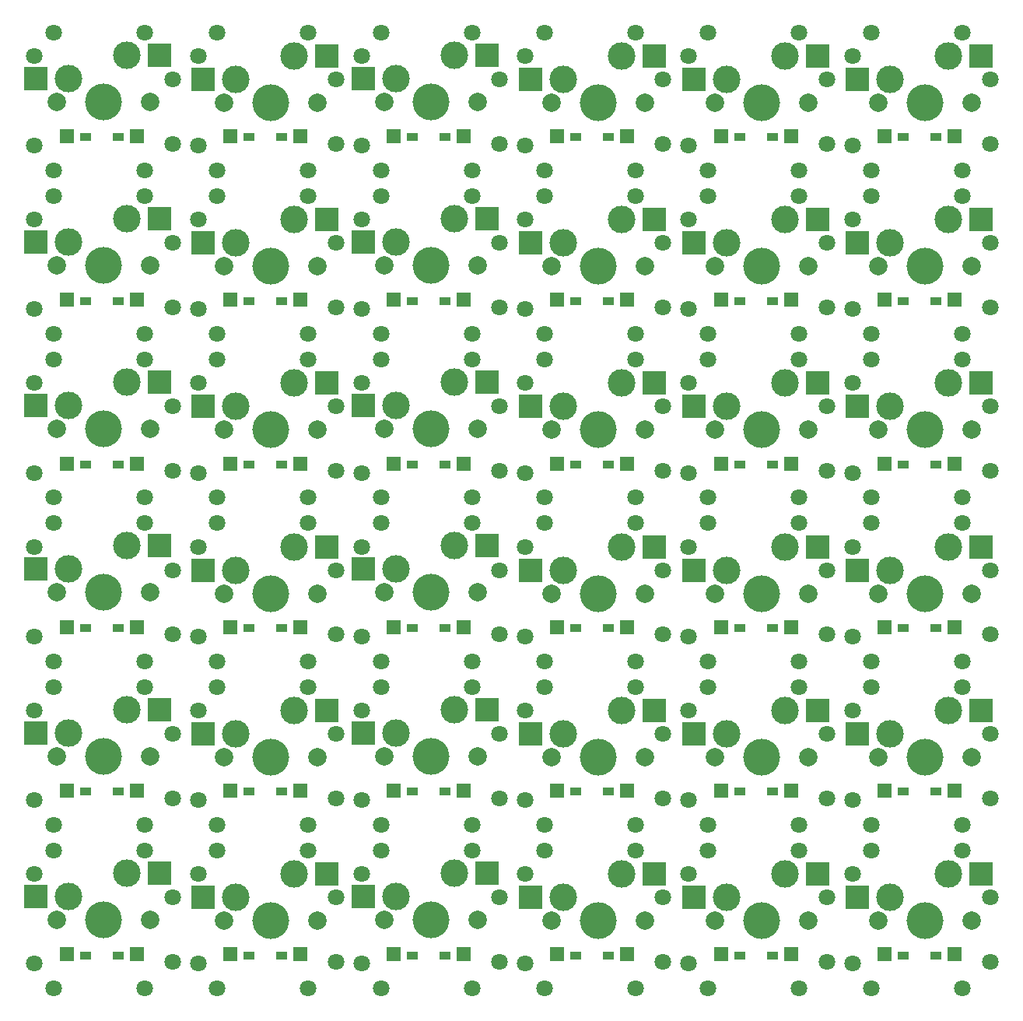
<source format=gbs>
G04 #@! TF.GenerationSoftware,KiCad,Pcbnew,(5.1.4)-1*
G04 #@! TF.CreationDate,2020-01-11T16:44:35+01:00*
G04 #@! TF.ProjectId,plate,706c6174-652e-46b6-9963-61645f706362,1*
G04 #@! TF.SameCoordinates,Original*
G04 #@! TF.FileFunction,Soldermask,Bot*
G04 #@! TF.FilePolarity,Negative*
%FSLAX46Y46*%
G04 Gerber Fmt 4.6, Leading zero omitted, Abs format (unit mm)*
G04 Created by KiCad (PCBNEW (5.1.4)-1) date 2020-01-11 16:44:35*
%MOMM*%
%LPD*%
G04 APERTURE LIST*
%ADD10C,1.800000*%
%ADD11R,1.300000X0.950000*%
%ADD12R,1.600000X1.600000*%
%ADD13C,2.000000*%
%ADD14C,3.000000*%
%ADD15C,4.000000*%
%ADD16R,2.550000X2.500000*%
G04 APERTURE END LIST*
D10*
X178090000Y-176030000D03*
D11*
X189415000Y-172430000D03*
X192965000Y-172430000D03*
D12*
X177210000Y-172330000D03*
X169590000Y-172330000D03*
D10*
X183895000Y-163575000D03*
X181090000Y-173130000D03*
D12*
X195010000Y-172330000D03*
X187390000Y-172330000D03*
D10*
X183890000Y-173330000D03*
X181090000Y-166115000D03*
D13*
X196895000Y-168655000D03*
D14*
X194355000Y-163575000D03*
D15*
X191815000Y-168655000D03*
D14*
X188005000Y-166115000D03*
D13*
X186735000Y-168655000D03*
D16*
X197905000Y-163575000D03*
X184455000Y-166115000D03*
D10*
X198890000Y-166115000D03*
X185990000Y-176030000D03*
X178090000Y-161030000D03*
X195890000Y-176030000D03*
X185990000Y-161030000D03*
X195890000Y-161030000D03*
X198890000Y-173130000D03*
X163290000Y-173130000D03*
X148290000Y-173330000D03*
X150390000Y-176030000D03*
X160290000Y-161030000D03*
X124690000Y-161030000D03*
X150390000Y-161030000D03*
D11*
X118215000Y-172430000D03*
X121765000Y-172430000D03*
D10*
X168190000Y-161030000D03*
D11*
X171615000Y-172430000D03*
X175165000Y-172430000D03*
D10*
X166095000Y-163575000D03*
D13*
X179095000Y-168655000D03*
D14*
X176555000Y-163575000D03*
D15*
X174015000Y-168655000D03*
D14*
X170205000Y-166115000D03*
D13*
X168935000Y-168655000D03*
D16*
X180105000Y-163575000D03*
X166655000Y-166115000D03*
D10*
X130495000Y-163575000D03*
X166090000Y-173330000D03*
X109890000Y-166115000D03*
X130490000Y-173330000D03*
D13*
X125695000Y-168655000D03*
D14*
X123155000Y-163575000D03*
D15*
X120615000Y-168655000D03*
D14*
X116805000Y-166115000D03*
D13*
X115535000Y-168655000D03*
D16*
X126705000Y-163575000D03*
X113255000Y-166115000D03*
D10*
X132590000Y-176030000D03*
X142490000Y-176030000D03*
X163290000Y-166115000D03*
X109890000Y-173130000D03*
D11*
X157365000Y-172430000D03*
X153815000Y-172430000D03*
X136015000Y-172430000D03*
X139565000Y-172430000D03*
D10*
X114790000Y-176030000D03*
X112695000Y-163575000D03*
D13*
X143095000Y-168555000D03*
D14*
X140555000Y-163475000D03*
D15*
X138015000Y-168555000D03*
D14*
X134205000Y-166015000D03*
D13*
X132935000Y-168555000D03*
D16*
X144105000Y-163475000D03*
X130655000Y-166015000D03*
D10*
X142490000Y-161030000D03*
X168190000Y-176030000D03*
D16*
X148855000Y-166115000D03*
X162305000Y-163575000D03*
D13*
X151135000Y-168655000D03*
D14*
X152405000Y-166115000D03*
D15*
X156215000Y-168655000D03*
D14*
X158755000Y-163575000D03*
D13*
X161295000Y-168655000D03*
D12*
X123810000Y-172330000D03*
X116190000Y-172330000D03*
D10*
X127690000Y-166115000D03*
X114790000Y-161030000D03*
X127690000Y-173130000D03*
X124690000Y-176030000D03*
D12*
X141610000Y-172330000D03*
X133990000Y-172330000D03*
D10*
X112690000Y-173330000D03*
X132590000Y-161030000D03*
D12*
X151790000Y-172330000D03*
X159410000Y-172330000D03*
D10*
X160290000Y-176030000D03*
D16*
X95055000Y-166015000D03*
X108505000Y-163475000D03*
D13*
X97335000Y-168555000D03*
D14*
X98605000Y-166015000D03*
D15*
X102415000Y-168555000D03*
D14*
X104955000Y-163475000D03*
D13*
X107495000Y-168555000D03*
D12*
X98390000Y-172330000D03*
X106010000Y-172330000D03*
D10*
X106890000Y-176030000D03*
X145490000Y-173130000D03*
X145490000Y-166115000D03*
X94895000Y-163575000D03*
X96990000Y-161030000D03*
X148295000Y-163575000D03*
X94890000Y-173330000D03*
X96990000Y-176030000D03*
X106890000Y-161030000D03*
D11*
X103965000Y-172430000D03*
X100415000Y-172430000D03*
D10*
X178090000Y-158230000D03*
D11*
X189415000Y-154630000D03*
X192965000Y-154630000D03*
D12*
X177210000Y-154530000D03*
X169590000Y-154530000D03*
D10*
X183895000Y-145775000D03*
X181090000Y-155330000D03*
D12*
X195010000Y-154530000D03*
X187390000Y-154530000D03*
D10*
X183890000Y-155530000D03*
X181090000Y-148315000D03*
D13*
X196895000Y-150855000D03*
D14*
X194355000Y-145775000D03*
D15*
X191815000Y-150855000D03*
D14*
X188005000Y-148315000D03*
D13*
X186735000Y-150855000D03*
D16*
X197905000Y-145775000D03*
X184455000Y-148315000D03*
D10*
X198890000Y-148315000D03*
X185990000Y-158230000D03*
X178090000Y-143230000D03*
X195890000Y-158230000D03*
X185990000Y-143230000D03*
X195890000Y-143230000D03*
X198890000Y-155330000D03*
X163290000Y-155330000D03*
X148290000Y-155530000D03*
X150390000Y-158230000D03*
X160290000Y-143230000D03*
X124690000Y-143230000D03*
X150390000Y-143230000D03*
D11*
X118215000Y-154630000D03*
X121765000Y-154630000D03*
D10*
X168190000Y-143230000D03*
D11*
X171615000Y-154630000D03*
X175165000Y-154630000D03*
D10*
X166095000Y-145775000D03*
D13*
X179095000Y-150855000D03*
D14*
X176555000Y-145775000D03*
D15*
X174015000Y-150855000D03*
D14*
X170205000Y-148315000D03*
D13*
X168935000Y-150855000D03*
D16*
X180105000Y-145775000D03*
X166655000Y-148315000D03*
D10*
X130495000Y-145775000D03*
X166090000Y-155530000D03*
X109890000Y-148315000D03*
X130490000Y-155530000D03*
D13*
X125695000Y-150855000D03*
D14*
X123155000Y-145775000D03*
D15*
X120615000Y-150855000D03*
D14*
X116805000Y-148315000D03*
D13*
X115535000Y-150855000D03*
D16*
X126705000Y-145775000D03*
X113255000Y-148315000D03*
D10*
X132590000Y-158230000D03*
X142490000Y-158230000D03*
X163290000Y-148315000D03*
X109890000Y-155330000D03*
D11*
X157365000Y-154630000D03*
X153815000Y-154630000D03*
X136015000Y-154630000D03*
X139565000Y-154630000D03*
D10*
X114790000Y-158230000D03*
X112695000Y-145775000D03*
D13*
X143095000Y-150755000D03*
D14*
X140555000Y-145675000D03*
D15*
X138015000Y-150755000D03*
D14*
X134205000Y-148215000D03*
D13*
X132935000Y-150755000D03*
D16*
X144105000Y-145675000D03*
X130655000Y-148215000D03*
D10*
X142490000Y-143230000D03*
X168190000Y-158230000D03*
D16*
X148855000Y-148315000D03*
X162305000Y-145775000D03*
D13*
X151135000Y-150855000D03*
D14*
X152405000Y-148315000D03*
D15*
X156215000Y-150855000D03*
D14*
X158755000Y-145775000D03*
D13*
X161295000Y-150855000D03*
D12*
X123810000Y-154530000D03*
X116190000Y-154530000D03*
D10*
X127690000Y-148315000D03*
X114790000Y-143230000D03*
X127690000Y-155330000D03*
X124690000Y-158230000D03*
D12*
X141610000Y-154530000D03*
X133990000Y-154530000D03*
D10*
X112690000Y-155530000D03*
X132590000Y-143230000D03*
D12*
X151790000Y-154530000D03*
X159410000Y-154530000D03*
D10*
X160290000Y-158230000D03*
D16*
X95055000Y-148215000D03*
X108505000Y-145675000D03*
D13*
X97335000Y-150755000D03*
D14*
X98605000Y-148215000D03*
D15*
X102415000Y-150755000D03*
D14*
X104955000Y-145675000D03*
D13*
X107495000Y-150755000D03*
D12*
X98390000Y-154530000D03*
X106010000Y-154530000D03*
D10*
X106890000Y-158230000D03*
X145490000Y-155330000D03*
X145490000Y-148315000D03*
X94895000Y-145775000D03*
X96990000Y-143230000D03*
X148295000Y-145775000D03*
X94890000Y-155530000D03*
X96990000Y-158230000D03*
X106890000Y-143230000D03*
D11*
X103965000Y-154630000D03*
X100415000Y-154630000D03*
D10*
X178090000Y-140430000D03*
D11*
X189415000Y-136830000D03*
X192965000Y-136830000D03*
D12*
X177210000Y-136730000D03*
X169590000Y-136730000D03*
D10*
X183895000Y-127975000D03*
X181090000Y-137530000D03*
D12*
X195010000Y-136730000D03*
X187390000Y-136730000D03*
D10*
X183890000Y-137730000D03*
X181090000Y-130515000D03*
D13*
X196895000Y-133055000D03*
D14*
X194355000Y-127975000D03*
D15*
X191815000Y-133055000D03*
D14*
X188005000Y-130515000D03*
D13*
X186735000Y-133055000D03*
D16*
X197905000Y-127975000D03*
X184455000Y-130515000D03*
D10*
X198890000Y-130515000D03*
X185990000Y-140430000D03*
X178090000Y-125430000D03*
X195890000Y-140430000D03*
X185990000Y-125430000D03*
X195890000Y-125430000D03*
X198890000Y-137530000D03*
X163290000Y-137530000D03*
X148290000Y-137730000D03*
X150390000Y-140430000D03*
X160290000Y-125430000D03*
X124690000Y-125430000D03*
X150390000Y-125430000D03*
D11*
X118215000Y-136830000D03*
X121765000Y-136830000D03*
D10*
X168190000Y-125430000D03*
D11*
X171615000Y-136830000D03*
X175165000Y-136830000D03*
D10*
X166095000Y-127975000D03*
D13*
X179095000Y-133055000D03*
D14*
X176555000Y-127975000D03*
D15*
X174015000Y-133055000D03*
D14*
X170205000Y-130515000D03*
D13*
X168935000Y-133055000D03*
D16*
X180105000Y-127975000D03*
X166655000Y-130515000D03*
D10*
X130495000Y-127975000D03*
X166090000Y-137730000D03*
X109890000Y-130515000D03*
X130490000Y-137730000D03*
D13*
X125695000Y-133055000D03*
D14*
X123155000Y-127975000D03*
D15*
X120615000Y-133055000D03*
D14*
X116805000Y-130515000D03*
D13*
X115535000Y-133055000D03*
D16*
X126705000Y-127975000D03*
X113255000Y-130515000D03*
D10*
X132590000Y-140430000D03*
X142490000Y-140430000D03*
X163290000Y-130515000D03*
X109890000Y-137530000D03*
D11*
X157365000Y-136830000D03*
X153815000Y-136830000D03*
X136015000Y-136830000D03*
X139565000Y-136830000D03*
D10*
X114790000Y-140430000D03*
X112695000Y-127975000D03*
D13*
X143095000Y-132955000D03*
D14*
X140555000Y-127875000D03*
D15*
X138015000Y-132955000D03*
D14*
X134205000Y-130415000D03*
D13*
X132935000Y-132955000D03*
D16*
X144105000Y-127875000D03*
X130655000Y-130415000D03*
D10*
X142490000Y-125430000D03*
X168190000Y-140430000D03*
D16*
X148855000Y-130515000D03*
X162305000Y-127975000D03*
D13*
X151135000Y-133055000D03*
D14*
X152405000Y-130515000D03*
D15*
X156215000Y-133055000D03*
D14*
X158755000Y-127975000D03*
D13*
X161295000Y-133055000D03*
D12*
X123810000Y-136730000D03*
X116190000Y-136730000D03*
D10*
X127690000Y-130515000D03*
X114790000Y-125430000D03*
X127690000Y-137530000D03*
X124690000Y-140430000D03*
D12*
X141610000Y-136730000D03*
X133990000Y-136730000D03*
D10*
X112690000Y-137730000D03*
X132590000Y-125430000D03*
D12*
X151790000Y-136730000D03*
X159410000Y-136730000D03*
D10*
X160290000Y-140430000D03*
D16*
X95055000Y-130415000D03*
X108505000Y-127875000D03*
D13*
X97335000Y-132955000D03*
D14*
X98605000Y-130415000D03*
D15*
X102415000Y-132955000D03*
D14*
X104955000Y-127875000D03*
D13*
X107495000Y-132955000D03*
D12*
X98390000Y-136730000D03*
X106010000Y-136730000D03*
D10*
X106890000Y-140430000D03*
X145490000Y-137530000D03*
X145490000Y-130515000D03*
X94895000Y-127975000D03*
X96990000Y-125430000D03*
X148295000Y-127975000D03*
X94890000Y-137730000D03*
X96990000Y-140430000D03*
X106890000Y-125430000D03*
D11*
X103965000Y-136830000D03*
X100415000Y-136830000D03*
D10*
X178090000Y-122630000D03*
D11*
X189415000Y-119030000D03*
X192965000Y-119030000D03*
D12*
X177210000Y-118930000D03*
X169590000Y-118930000D03*
D10*
X183895000Y-110175000D03*
X181090000Y-119730000D03*
D12*
X195010000Y-118930000D03*
X187390000Y-118930000D03*
D10*
X183890000Y-119930000D03*
X181090000Y-112715000D03*
D13*
X196895000Y-115255000D03*
D14*
X194355000Y-110175000D03*
D15*
X191815000Y-115255000D03*
D14*
X188005000Y-112715000D03*
D13*
X186735000Y-115255000D03*
D16*
X197905000Y-110175000D03*
X184455000Y-112715000D03*
D10*
X198890000Y-112715000D03*
X185990000Y-122630000D03*
X178090000Y-107630000D03*
X195890000Y-122630000D03*
X185990000Y-107630000D03*
X195890000Y-107630000D03*
X198890000Y-119730000D03*
X163290000Y-119730000D03*
X148290000Y-119930000D03*
X150390000Y-122630000D03*
X160290000Y-107630000D03*
X124690000Y-107630000D03*
X150390000Y-107630000D03*
D11*
X118215000Y-119030000D03*
X121765000Y-119030000D03*
D10*
X168190000Y-107630000D03*
D11*
X171615000Y-119030000D03*
X175165000Y-119030000D03*
D10*
X166095000Y-110175000D03*
D13*
X179095000Y-115255000D03*
D14*
X176555000Y-110175000D03*
D15*
X174015000Y-115255000D03*
D14*
X170205000Y-112715000D03*
D13*
X168935000Y-115255000D03*
D16*
X180105000Y-110175000D03*
X166655000Y-112715000D03*
D10*
X130495000Y-110175000D03*
X166090000Y-119930000D03*
X109890000Y-112715000D03*
X130490000Y-119930000D03*
D13*
X125695000Y-115255000D03*
D14*
X123155000Y-110175000D03*
D15*
X120615000Y-115255000D03*
D14*
X116805000Y-112715000D03*
D13*
X115535000Y-115255000D03*
D16*
X126705000Y-110175000D03*
X113255000Y-112715000D03*
D10*
X132590000Y-122630000D03*
X142490000Y-122630000D03*
X163290000Y-112715000D03*
X109890000Y-119730000D03*
D11*
X157365000Y-119030000D03*
X153815000Y-119030000D03*
X136015000Y-119030000D03*
X139565000Y-119030000D03*
D10*
X114790000Y-122630000D03*
X112695000Y-110175000D03*
D13*
X143095000Y-115155000D03*
D14*
X140555000Y-110075000D03*
D15*
X138015000Y-115155000D03*
D14*
X134205000Y-112615000D03*
D13*
X132935000Y-115155000D03*
D16*
X144105000Y-110075000D03*
X130655000Y-112615000D03*
D10*
X142490000Y-107630000D03*
X168190000Y-122630000D03*
D16*
X148855000Y-112715000D03*
X162305000Y-110175000D03*
D13*
X151135000Y-115255000D03*
D14*
X152405000Y-112715000D03*
D15*
X156215000Y-115255000D03*
D14*
X158755000Y-110175000D03*
D13*
X161295000Y-115255000D03*
D12*
X123810000Y-118930000D03*
X116190000Y-118930000D03*
D10*
X127690000Y-112715000D03*
X114790000Y-107630000D03*
X127690000Y-119730000D03*
X124690000Y-122630000D03*
D12*
X141610000Y-118930000D03*
X133990000Y-118930000D03*
D10*
X112690000Y-119930000D03*
X132590000Y-107630000D03*
D12*
X151790000Y-118930000D03*
X159410000Y-118930000D03*
D10*
X160290000Y-122630000D03*
D16*
X95055000Y-112615000D03*
X108505000Y-110075000D03*
D13*
X97335000Y-115155000D03*
D14*
X98605000Y-112615000D03*
D15*
X102415000Y-115155000D03*
D14*
X104955000Y-110075000D03*
D13*
X107495000Y-115155000D03*
D12*
X98390000Y-118930000D03*
X106010000Y-118930000D03*
D10*
X106890000Y-122630000D03*
X145490000Y-119730000D03*
X145490000Y-112715000D03*
X94895000Y-110175000D03*
X96990000Y-107630000D03*
X148295000Y-110175000D03*
X94890000Y-119930000D03*
X96990000Y-122630000D03*
X106890000Y-107630000D03*
D11*
X103965000Y-119030000D03*
X100415000Y-119030000D03*
D10*
X183895000Y-92375000D03*
X195890000Y-104830000D03*
X183890000Y-102130000D03*
X185990000Y-104830000D03*
X185990000Y-89830000D03*
X195890000Y-89830000D03*
D16*
X184455000Y-94915000D03*
X197905000Y-92375000D03*
D13*
X186735000Y-97455000D03*
D14*
X188005000Y-94915000D03*
D15*
X191815000Y-97455000D03*
D14*
X194355000Y-92375000D03*
D13*
X196895000Y-97455000D03*
D12*
X187390000Y-101130000D03*
X195010000Y-101130000D03*
D10*
X198890000Y-94915000D03*
X198890000Y-101930000D03*
D11*
X192965000Y-101230000D03*
X189415000Y-101230000D03*
D12*
X169590000Y-101130000D03*
X177210000Y-101130000D03*
D10*
X178090000Y-89830000D03*
X181090000Y-101930000D03*
X178090000Y-104830000D03*
X181090000Y-94915000D03*
X168190000Y-89830000D03*
X166095000Y-92375000D03*
D11*
X175165000Y-101230000D03*
X171615000Y-101230000D03*
D16*
X166655000Y-94915000D03*
X180105000Y-92375000D03*
D13*
X168935000Y-97455000D03*
D14*
X170205000Y-94915000D03*
D15*
X174015000Y-97455000D03*
D14*
X176555000Y-92375000D03*
D13*
X179095000Y-97455000D03*
D10*
X166090000Y-102130000D03*
X168190000Y-104830000D03*
D12*
X116190000Y-101130000D03*
X123810000Y-101130000D03*
D10*
X109890000Y-94915000D03*
X114790000Y-89830000D03*
X124690000Y-104830000D03*
X112695000Y-92375000D03*
X109890000Y-101930000D03*
X127690000Y-101930000D03*
X112690000Y-102130000D03*
X114790000Y-104830000D03*
D11*
X121765000Y-101230000D03*
X118215000Y-101230000D03*
D16*
X113255000Y-94915000D03*
X126705000Y-92375000D03*
D13*
X115535000Y-97455000D03*
D14*
X116805000Y-94915000D03*
D15*
X120615000Y-97455000D03*
D14*
X123155000Y-92375000D03*
D13*
X125695000Y-97455000D03*
D10*
X124690000Y-89830000D03*
X127690000Y-94915000D03*
X160290000Y-89830000D03*
X130495000Y-92375000D03*
D13*
X161295000Y-97455000D03*
D14*
X158755000Y-92375000D03*
D15*
X156215000Y-97455000D03*
D14*
X152405000Y-94915000D03*
D13*
X151135000Y-97455000D03*
D16*
X162305000Y-92375000D03*
X148855000Y-94915000D03*
D10*
X163290000Y-94915000D03*
D16*
X130655000Y-94815000D03*
X144105000Y-92275000D03*
D13*
X132935000Y-97355000D03*
D14*
X134205000Y-94815000D03*
D15*
X138015000Y-97355000D03*
D14*
X140555000Y-92275000D03*
D13*
X143095000Y-97355000D03*
D10*
X142490000Y-104830000D03*
X132590000Y-104830000D03*
D11*
X139565000Y-101230000D03*
X136015000Y-101230000D03*
D10*
X163290000Y-101930000D03*
D11*
X153815000Y-101230000D03*
X157365000Y-101230000D03*
D10*
X148290000Y-102130000D03*
X150390000Y-104830000D03*
X132590000Y-89830000D03*
X130490000Y-102130000D03*
D12*
X133990000Y-101130000D03*
X141610000Y-101130000D03*
D10*
X142490000Y-89830000D03*
X150390000Y-89830000D03*
X160290000Y-104830000D03*
X145490000Y-101930000D03*
X145490000Y-94915000D03*
D12*
X159410000Y-101130000D03*
X151790000Y-101130000D03*
D10*
X148295000Y-92375000D03*
D13*
X107495000Y-97355000D03*
D14*
X104955000Y-92275000D03*
D15*
X102415000Y-97355000D03*
D14*
X98605000Y-94815000D03*
D13*
X97335000Y-97355000D03*
D16*
X108505000Y-92275000D03*
X95055000Y-94815000D03*
D10*
X96990000Y-89830000D03*
D12*
X106010000Y-101130000D03*
X98390000Y-101130000D03*
D10*
X94890000Y-102130000D03*
X94895000Y-92375000D03*
X106890000Y-104830000D03*
X96990000Y-104830000D03*
X106890000Y-89830000D03*
D11*
X100415000Y-101230000D03*
X103965000Y-101230000D03*
D10*
X195890000Y-72030000D03*
D13*
X196895000Y-79655000D03*
D14*
X194355000Y-74575000D03*
D15*
X191815000Y-79655000D03*
D14*
X188005000Y-77115000D03*
D13*
X186735000Y-79655000D03*
D16*
X197905000Y-74575000D03*
X184455000Y-77115000D03*
D10*
X198890000Y-77115000D03*
X198890000Y-84130000D03*
D11*
X189415000Y-83430000D03*
X192965000Y-83430000D03*
D10*
X183890000Y-84330000D03*
X185990000Y-87030000D03*
X185990000Y-72030000D03*
X195890000Y-87030000D03*
D12*
X195010000Y-83330000D03*
X187390000Y-83330000D03*
D10*
X183895000Y-74575000D03*
X178090000Y-72030000D03*
D13*
X179095000Y-79655000D03*
D14*
X176555000Y-74575000D03*
D15*
X174015000Y-79655000D03*
D14*
X170205000Y-77115000D03*
D13*
X168935000Y-79655000D03*
D16*
X180105000Y-74575000D03*
X166655000Y-77115000D03*
D10*
X181090000Y-77115000D03*
X181090000Y-84130000D03*
D11*
X171615000Y-83430000D03*
X175165000Y-83430000D03*
D10*
X166090000Y-84330000D03*
X168190000Y-87030000D03*
X168190000Y-72030000D03*
X178090000Y-87030000D03*
D12*
X177210000Y-83330000D03*
X169590000Y-83330000D03*
D10*
X166095000Y-74575000D03*
D12*
X151790000Y-83330000D03*
X159410000Y-83330000D03*
D10*
X145490000Y-77115000D03*
X150390000Y-72030000D03*
X160290000Y-87030000D03*
X148295000Y-74575000D03*
X145490000Y-84130000D03*
X163290000Y-84130000D03*
X148290000Y-84330000D03*
X150390000Y-87030000D03*
D11*
X157365000Y-83430000D03*
X153815000Y-83430000D03*
D16*
X148855000Y-77115000D03*
X162305000Y-74575000D03*
D13*
X151135000Y-79655000D03*
D14*
X152405000Y-77115000D03*
D15*
X156215000Y-79655000D03*
D14*
X158755000Y-74575000D03*
D13*
X161295000Y-79655000D03*
D10*
X160290000Y-72030000D03*
X163290000Y-77115000D03*
D13*
X143095000Y-79555000D03*
D14*
X140555000Y-74475000D03*
D15*
X138015000Y-79555000D03*
D14*
X134205000Y-77015000D03*
D13*
X132935000Y-79555000D03*
D16*
X144105000Y-74475000D03*
X130655000Y-77015000D03*
D10*
X132590000Y-72030000D03*
D12*
X141610000Y-83330000D03*
X133990000Y-83330000D03*
D10*
X130490000Y-84330000D03*
X130495000Y-74575000D03*
X142490000Y-87030000D03*
X132590000Y-87030000D03*
X142490000Y-72030000D03*
D11*
X136015000Y-83430000D03*
X139565000Y-83430000D03*
D10*
X127690000Y-77115000D03*
X127690000Y-84130000D03*
D13*
X125695000Y-79655000D03*
D14*
X123155000Y-74575000D03*
D15*
X120615000Y-79655000D03*
D14*
X116805000Y-77115000D03*
D13*
X115535000Y-79655000D03*
D16*
X126705000Y-74575000D03*
X113255000Y-77115000D03*
D10*
X114790000Y-72030000D03*
D12*
X123810000Y-83330000D03*
X116190000Y-83330000D03*
D10*
X112690000Y-84330000D03*
X112695000Y-74575000D03*
X124690000Y-87030000D03*
X114790000Y-87030000D03*
X124690000Y-72030000D03*
D11*
X118215000Y-83430000D03*
X121765000Y-83430000D03*
D12*
X98390000Y-83330000D03*
X106010000Y-83330000D03*
D11*
X103965000Y-83430000D03*
X100415000Y-83430000D03*
D16*
X95055000Y-77015000D03*
X108505000Y-74475000D03*
D13*
X97335000Y-79555000D03*
D14*
X98605000Y-77015000D03*
D15*
X102415000Y-79555000D03*
D14*
X104955000Y-74475000D03*
D13*
X107495000Y-79555000D03*
D10*
X96990000Y-72030000D03*
X106890000Y-72030000D03*
X96990000Y-87030000D03*
X106890000Y-87030000D03*
X94895000Y-74575000D03*
X94890000Y-84330000D03*
X109890000Y-77115000D03*
X109890000Y-84130000D03*
M02*

</source>
